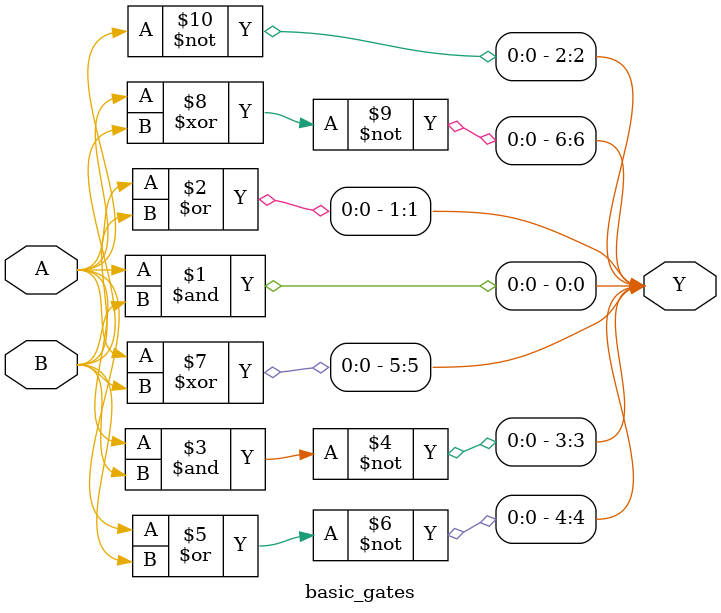
<source format=v>
`timescale 1ns / 1ps


module basic_gates(A, B, Y);
  input A, B;
  output [0:6] Y;

  and a1(Y[0], A, B);
  or o1(Y[1], A, B);
  not n1(Y[2], A);
  nand n2(Y[3], A, B);
  nor n3(Y[4], A, B);
  xor x1(Y[5], A, B);
  xnor x2(Y[6], A, B);
endmodule

</source>
